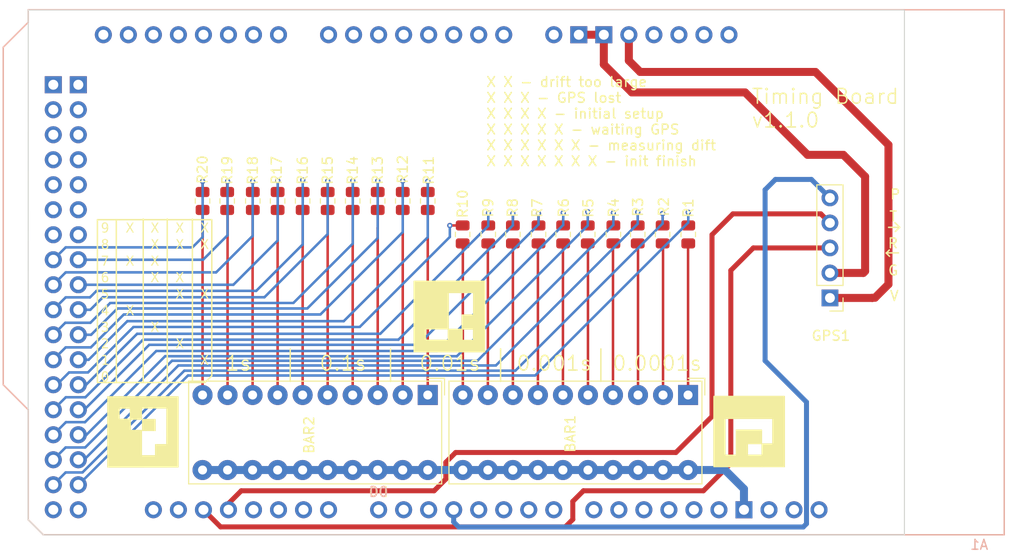
<source format=kicad_pcb>
(kicad_pcb (version 20221018) (generator pcbnew)
  (title_block (title "Timing Board") (date "2024-01-15") (rev "1.1.0"))
  (layers (0 "F.Cu" signal) (31 "B.Cu" signal) (34 "B.Paste" user) (35 "F.Paste" user) (36 "B.SilkS" user "B.Silkscreen") (37 "F.SilkS" user "F.Silkscreen") (38 "B.Mask" user) (39 "F.Mask" user) (44 "Edge.Cuts" user))
  (net 0 "")
  (net 2 "VCC")
  (net 23 "Net-(GPS1-Pin_5)")
  (net 38 "Net-(A1-D18{slash}TX1)")
  (net 39 "Net-(A1-D19{slash}RX1)")
  (net 42 "Net-(A1-PadD22)")
  (net 43 "Net-(A1-PadD23)")
  (net 44 "Net-(A1-PadD24)")
  (net 45 "Net-(A1-PadD25)")
  (net 46 "Net-(A1-PadD26)")
  (net 47 "Net-(A1-PadD27)")
  (net 48 "Net-(A1-PadD28)")
  (net 49 "Net-(A1-PadD29)")
  (net 50 "Net-(A1-PadD30)")
  (net 51 "Net-(A1-PadD31)")
  (net 52 "Net-(A1-PadD32)")
  (net 53 "Net-(A1-PadD33)")
  (net 54 "Net-(A1-PadD34)")
  (net 55 "Net-(A1-PadD35)")
  (net 56 "Net-(A1-PadD36)")
  (net 57 "Net-(A1-PadD37)")
  (net 58 "Net-(A1-PadD38)")
  (net 59 "Net-(A1-PadD39)")
  (net 60 "Net-(A1-PadD40)")
  (net 61 "Net-(A1-PadD41)")
  (net 76 "GND")
  (net 82 "Net-(BAR1-A-Pad1)")
  (net 83 "Net-(BAR1-A-Pad2)")
  (net 84 "Net-(BAR1-A-Pad3)")
  (net 85 "Net-(BAR1-A-Pad4)")
  (net 86 "Net-(BAR1-A-Pad5)")
  (net 87 "Net-(BAR1-A-Pad6)")
  (net 88 "Net-(BAR1-A-Pad7)")
  (net 89 "Net-(BAR1-A-Pad8)")
  (net 90 "Net-(BAR1-A-Pad9)")
  (net 91 "Net-(BAR1-A-Pad10)")
  (net 92 "Net-(BAR2-A-Pad1)")
  (net 93 "Net-(BAR2-A-Pad2)")
  (net 94 "Net-(BAR2-A-Pad3)")
  (net 95 "Net-(BAR2-A-Pad4)")
  (net 96 "Net-(BAR2-A-Pad5)")
  (net 97 "Net-(BAR2-A-Pad6)")
  (net 98 "Net-(BAR2-A-Pad7)")
  (net 99 "Net-(BAR2-A-Pad8)")
  (net 100 "Net-(BAR2-A-Pad9)")
  (net 101 "Net-(BAR2-A-Pad10)")
  (net 102 "Net-(GPS1-Pin_2)")
  (footprint "Resistor_SMD:R_0805_2012Metric" (layer "F.Cu") (at 153.58 81.6475 -90)
    (fp_text reference "R5")
    (fp_text value "R")
  )
  (footprint "Resistor_SMD:R_0805_2012Metric" (layer "F.Cu") (at 143.48 81.6475 -90)
    (fp_text reference "R9")
    (fp_text value "R")
  )
  (footprint "Resistor_SMD:R_0805_2012Metric" (layer "F.Cu") (at 156.18 81.6475 -90)
    (fp_text reference "R4")
    (fp_text value "R")
  )
  (footprint "Connector_PinHeader_2.54mm:PinHeader_1x05_P2.54mm_Vertical" (layer "F.Cu") (at 178.16 88.1 180)
    (fp_text reference "GPS1")
    (fp_text value "Screw_Terminal_01x05")
  )
  (footprint "Resistor_SMD:R_0805_2012Metric" (layer "F.Cu") (at 134.8 78.2475 -90)
    (fp_text reference "R12")
    (fp_text value "R")
  )
  (footprint "PCM_arduino-library:Arduino_Due_Shield" (layer "F.Cu") (at 195.85 58.82 180)
    (fp_text reference "A1")
    (fp_text value "Arduino_Due_Shield")
  )
  (footprint "Resistor_SMD:R_0805_2012Metric" (layer "F.Cu") (at 116.98 78.2475 -90)
    (fp_text reference "R19")
    (fp_text value "R")
  )
  (footprint "Resistor_SMD:R_0805_2012Metric" (layer "F.Cu") (at 158.65 81.6475 -90)
    (fp_text reference "R3")
    (fp_text value "R")
  )
  (footprint "Resistor_SMD:R_0805_2012Metric" (layer "F.Cu") (at 119.58 78.2475 -90)
    (fp_text reference "R18")
    (fp_text value "R")
  )
  (footprint "Resistor_SMD:R_0805_2012Metric" (layer "F.Cu") (at 151.08 81.6475 -90)
    (fp_text reference "R6")
    (fp_text value "R")
  )
  (footprint "Resistor_SMD:R_0805_2012Metric" (layer "F.Cu") (at 122.1 78.2475 -90)
    (fp_text reference "R17")
    (fp_text value "R")
  )
  (footprint "Resistor_SMD:R_0805_2012Metric" (layer "F.Cu") (at 148.58 81.6475 -90)
    (fp_text reference "R7")
    (fp_text value "R")
  )
  (footprint "Resistor_SMD:R_0805_2012Metric" (layer "F.Cu") (at 132.26 78.2475 -90)
    (fp_text reference "R13")
    (fp_text value "R")
  )
  (footprint "Resistor_SMD:R_0805_2012Metric" (layer "F.Cu") (at 163.78 81.6475 -90)
    (fp_text reference "R1")
    (fp_text value "R")
  )
  (footprint "Resistor_SMD:R_0805_2012Metric" (layer "F.Cu") (at 140.88 81.6475 -90)
    (fp_text reference "R10")
    (fp_text value "R")
  )
  (footprint "Resistor_SMD:R_0805_2012Metric" (layer "F.Cu") (at 129.72 78.2475 -90)
    (fp_text reference "R14")
    (fp_text value "R")
  )
  (footprint "Aruco_Library:aruco4x4-1" (layer "F.Cu") (at 169.92 101.97)
    (fp_text reference "REF**" hide)
    (fp_text value "aruco4x4-1" hide)
  )
  (footprint "Display:HDSP-4850" (layer "F.Cu") (at 137.34 97.96 -90)
    (fp_text reference "BAR2")
    (fp_text value "LTA-1000G")
  )
  (footprint "Aruco_Library:aruco4x4-0" (layer "F.Cu") (at 108.24 101.98)
    (fp_text reference "REF**" hide)
    (fp_text value "aruco4x4-0" hide)
  )
  (footprint "Resistor_SMD:R_0805_2012Metric" (layer "F.Cu") (at 114.48 78.2475 -90)
    (fp_text reference "R20")
    (fp_text value "R")
  )
  (footprint "Aruco_Library:aruco4x4-2" (layer "F.Cu") (at 139.83 89.8)
    (fp_text reference "REF**" hide)
    (fp_text value "aruco4x4-2" hide)
  )
  (footprint "Resistor_SMD:R_0805_2012Metric" (layer "F.Cu") (at 137.34 78.2475 -90)
    (fp_text reference "R11")
    (fp_text value "R")
  )
  (footprint "Resistor_SMD:R_0805_2012Metric" (layer "F.Cu") (at 124.64 78.2475 -90)
    (fp_text reference "R16")
    (fp_text value "R")
  )
  (footprint "Resistor_SMD:R_0805_2012Metric" (layer "F.Cu") (at 127.18 78.2475 -90)
    (fp_text reference "R15")
    (fp_text value "R")
  )
  (footprint "Resistor_SMD:R_0805_2012Metric" (layer "F.Cu") (at 145.98 81.6475 -90)
    (fp_text reference "R8")
    (fp_text value "R")
  )
  (footprint "Resistor_SMD:R_0805_2012Metric" (layer "F.Cu") (at 161.18 81.6475 -90)
    (fp_text reference "R2")
    (fp_text value "R")
  )
  (footprint "Display:HDSP-4850" (layer "F.Cu") (at 163.76 97.96 -90)
    (fp_text reference "BAR1")
    (fp_text value "LTA-1000G")
  )
  (gr_line (start 185.25 80.935) (end 184.77 80.455) (stroke (width 0.15)) (layer "F.SilkS"))
  (gr_line (start 185.215 80.935) (end 184.805 81.345) (stroke (width 0.15)) (layer "F.SilkS"))
  (gr_line (start 108.46 80.09) (end 108.46 96.58) (stroke (width 0.15)) (layer "F.SilkS"))
  (gr_poly (pts (xy 115.42 80.15) (xy 115.42 96) (xy 114.73 96.69) (xy 103.81 96.69) (xy 103.81 80.15)) (stroke (width 0.15)) (fill none) (layer "F.SilkS"))
  (gr_line (start 154.91 96.58) (end 154.91 93.28) (stroke (width 0.15)) (layer "F.SilkS"))
  (gr_line (start 185.095 80.925) (end 184.115 80.925) (stroke (width 0.15)) (layer "F.SilkS"))
  (gr_line (start 123.38 96.58) (end 123.38 93.28) (stroke (width 0.15)) (layer "F.SilkS"))
  (gr_line (start 183.89 83.53) (end 184.19 83.23) (stroke (width 0.15)) (layer "F.SilkS"))
  (gr_line (start 105.73 80.21) (end 105.73 96.69) (stroke (width 0.15)) (layer "F.SilkS"))
  (gr_line (start 133.56 96.58) (end 133.56 93.28) (stroke (width 0.15)) (layer "F.SilkS"))
  (gr_line (start 185.12 83.52) (end 184.05 83.52) (stroke (width 0.15)) (layer "F.SilkS"))
  (gr_line (start 144.73 96.58) (end 144.73 93.28) (stroke (width 0.15)) (layer "F.SilkS"))
  (gr_line (start 183.87 83.53) (end 184.21 83.87) (stroke (width 0.15)) (layer "F.SilkS"))
  (gr_line (start 110.9 80.09) (end 110.9 96.75) (stroke (width 0.15)) (layer "F.SilkS"))
  (gr_line (start 113.45 80.09) (end 113.45 96.55) (stroke (width 0.15)) (layer "F.SilkS"))
  (gr_poly (pts (xy 185.72 112.16) (xy 185.71 112.17) (xy 98.32 112.17) (xy 96.78 110.63) (xy 96.79 60.08) (xy 96.79 58.85) (xy 96.78 58.84) (xy 185.72 58.84)) (stroke (width 0.1)) (fill none) (layer "Edge.Cuts"))
  (gr_text "0.0001s" (at 155.98 95.62) (layer "F.SilkS") (effects (font (size 1.5 1.5)) (justify left bottom)))
  (gr_text "T" (at 184.099048 80.395) (layer "F.SilkS") (effects (font (size 1 1)) (justify left bottom)))
  (gr_text "1s" (at 116.7 95.62) (layer "F.SilkS") (effects (font (size 1.5 1.5)) (justify left bottom)))
  (gr_text "P" (at 184.19 78.16) (layer "F.SilkS") (effects (font (size 1 1)) (justify left bottom)))
  (gr_text "R" (at 183.96 83.13) (layer "F.SilkS") (effects (font (size 1 1)) (justify left bottom)))
  (gr_text "G" (at 183.98 85.89) (layer "F.SilkS") (effects (font (size 1 1)) (justify left bottom)))
  (gr_text "9  X  X  X  X\n8     X  X  X\n7  X  X\n6     X  X\n5        X  X\n4  X\n3     X\n2        X\n1           X\n0" (at 104.16 96.75) (layer "F.SilkS") (effects (font (size 1 1) (thickness 0.125)) (justify left bottom)))
  (gr_text "Timing Board\nv1.1.0" (at 170.13 70.92) (layer "F.SilkS") (effects (font (size 1.5 1.5)) (justify left bottom)))
  (gr_text "X X - drift too large\nX X X - GPS lost\nX X X X - initial setup\nX X X X X - waiting GPS\nX X X X X X - measuring dift\nX X X X X X X - init finish" (at 143.2 74.79) (layer "F.SilkS") (effects (font (size 1 1)) (justify left bottom)))
  (gr_text "V" (at 184.17 88.48) (layer "F.SilkS") (effects (font (size 1 1)) (justify left bottom)))
  (gr_text "0.001s" (at 146.25 95.62) (layer "F.SilkS") (effects (font (size 1.5 1.5)) (justify left bottom)))
  (gr_text "0.1s" (at 126.25 95.62) (layer "F.SilkS") (effects (font (size 1.5 1.5)) (justify left bottom)))
  (gr_text "0.01s" (at 136.38 95.62) (layer "F.SilkS") (effects (font (size 1.5 1.5)) (justify left bottom)))
  (segment (start 182.73 88.08) (end 182.49 88.08) (width 0.8128) (layer "F.Cu") (net 2))
  (segment (start 157.75 63.99) (end 158.9 65.14) (width 0.8128) (layer "F.Cu") (net 2))
  (segment (start 158.9 65.14) (end 176.69 65.14) (width 0.8128) (layer "F.Cu") (net 2))
  (segment (start 157.75 61.36) (end 157.75 63.99) (width 0.8128) (layer "F.Cu") (net 2))
  (segment (start 184.1 72.55) (end 184.1 86.71) (width 0.8128) (layer "F.Cu") (net 2))
  (segment (start 182.47 88.1) (end 178.16 88.1) (width 0.8128) (layer "F.Cu") (net 2))
  (segment (start 182.49 88.08) (end 182.47 88.1) (width 0.8128) (layer "F.Cu") (net 2))
  (segment (start 176.69 65.14) (end 184.1 72.55) (width 0.8128) (layer "F.Cu") (net 2))
  (segment (start 184.1 86.71) (end 182.73 88.08) (width 0.8128) (layer "F.Cu") (net 2))
  (segment (start 172.63 76.06) (end 176.28 76.06) (width 0.508) (layer "B.Cu") (net 23))
  (segment (start 176.28 76.06) (end 178.16 77.94) (width 0.508) (layer "B.Cu") (net 23))
  (segment (start 139.97 109.62) (end 139.97 110.86) (width 0.508) (layer "B.Cu") (net 23))
  (segment (start 175.78 111.04) (end 175.78 98.68) (width 0.508) (layer "B.Cu") (net 23))
  (segment (start 171.58 94.48) (end 171.58 77.11) (width 0.508) (layer "B.Cu") (net 23))
  (segment (start 175.78 98.68) (end 171.58 94.48) (width 0.508) (layer "B.Cu") (net 23))
  (segment (start 171.58 77.11) (end 172.63 76.06) (width 0.508) (layer "B.Cu") (net 23))
  (segment (start 139.97 110.86) (end 140.48 111.37) (width 0.508) (layer "B.Cu") (net 23))
  (segment (start 175.45 111.37) (end 175.78 111.04) (width 0.508) (layer "B.Cu") (net 23))
  (segment (start 140.48 111.37) (end 175.45 111.37) (width 0.508) (layer "B.Cu") (net 23))
  (segment (start 168.31 79.56) (end 177.24 79.56) (width 0.508) (layer "F.Cu") (net 38))
  (segment (start 139.17 106.506536) (end 139.17 104.8) (width 0.508) (layer "F.Cu") (net 38))
  (segment (start 140.17 103.8) (end 162.53 103.8) (width 0.508) (layer "F.Cu") (net 38))
  (segment (start 137.986536 107.69) (end 139.17 106.506536) (width 0.508) (layer "F.Cu") (net 38))
  (segment (start 166.19 81.68) (end 168.31 79.56) (width 0.508) (layer "F.Cu") (net 38))
  (segment (start 117.11 108.99) (end 118.41 107.69) (width 0.508) (layer "F.Cu") (net 38))
  (segment (start 139.17 104.8) (end 140.17 103.8) (width 0.508) (layer "F.Cu") (net 38))
  (segment (start 117.11 109.62) (end 117.11 108.99) (width 0.508) (layer "F.Cu") (net 38))
  (segment (start 177.24 79.56) (end 178.16 80.48) (width 0.508) (layer "F.Cu") (net 38))
  (segment (start 166.19 100.14) (end 166.19 81.68) (width 0.508) (layer "F.Cu") (net 38))
  (segment (start 118.41 107.69) (end 137.986536 107.69) (width 0.508) (layer "F.Cu") (net 38))
  (segment (start 162.53 103.8) (end 166.19 100.14) (width 0.508) (layer "F.Cu") (net 38))
  (segment (start 153.14 107.69) (end 165.32 107.69) (width 0.508) (layer "F.Cu") (net 39))
  (segment (start 151.3 111.36) (end 152.06 110.6) (width 0.508) (layer "F.Cu") (net 39))
  (segment (start 152.06 110.6) (end 152.06 108.77) (width 0.508) (layer "F.Cu") (net 39))
  (segment (start 168.1 85.3) (end 170.38 83.02) (width 0.508) (layer "F.Cu") (net 39))
  (segment (start 116.31 111.36) (end 151.3 111.36) (width 0.508) (layer "F.Cu") (net 39))
  (segment (start 165.32 107.69) (end 168.1 104.91) (width 0.508) (layer "F.Cu") (net 39))
  (segment (start 168.1 104.91) (end 168.1 85.3) (width 0.508) (layer "F.Cu") (net 39))
  (segment (start 114.57 109.62) (end 116.31 111.36) (width 0.508) (layer "F.Cu") (net 39))
  (segment (start 152.06 108.77) (end 153.14 107.69) (width 0.508) (layer "F.Cu") (net 39))
  (segment (start 170.38 83.02) (end 178.16 83.02) (width 0.508) (layer "F.Cu") (net 39))
  (segment (start 163.78 79.4) (end 163.78 80.735) (width 0.254) (layer "F.Cu") (net 42))
  (via (at 163.78 79.4) (size 0.5334) (drill 0.254) (layers "F.Cu" "B.Cu") (net 42))
  (segment (start 163.78 79.4) (end 163.78 80.44) (width 0.254) (layer "B.Cu") (net 42))
  (segment (start 163.78 80.44) (end 148.24 95.98) (width 0.254) (layer "B.Cu") (net 42))
  (segment (start 101.9 107.08) (end 101.87 107.08) (width 0.254) (layer "B.Cu") (net 42))
  (segment (start 148.24 95.98) (end 113 95.98) (width 0.254) (layer "B.Cu") (net 42))
  (segment (start 113 95.98) (end 101.9 107.08) (width 0.254) (layer "B.Cu") (net 42))
  (segment (start 161.18 79.52) (end 161.18 80.735) (width 0.254) (layer "F.Cu") (net 43))
  (via (at 161.18 79.52) (size 0.5334) (drill 0.254) (layers "F.Cu" "B.Cu") (net 43))
  (segment (start 100.58 105.83) (end 99.33 107.08) (width 0.254) (layer "B.Cu") (net 43))
  (segment (start 161.18 80.54) (end 146.23 95.49) (width 0.254) (layer "B.Cu") (net 43))
  (segment (start 161.18 79.52) (end 161.18 80.54) (width 0.254) (layer "B.Cu") (net 43))
  (segment (start 146.23 95.49) (end 112.63 95.49) (width 0.254) (layer "B.Cu") (net 43))
  (segment (start 102.29 105.83) (end 100.58 105.83) (width 0.254) (layer "B.Cu") (net 43))
  (segment (start 112.63 95.49) (end 102.29 105.83) (width 0.254) (layer "B.Cu") (net 43))
  (segment (start 158.65 79.4) (end 158.65 80.735) (width 0.254) (layer "F.Cu") (net 44))
  (via (at 158.65 79.4) (size 0.5334) (drill 0.254) (layers "F.Cu" "B.Cu") (net 44))
  (segment (start 144.255 94.96) (end 112.03 94.96) (width 0.254) (layer "B.Cu") (net 44))
  (segment (start 102.45 104.54) (end 101.87 104.54) (width 0.254) (layer "B.Cu") (net 44))
  (segment (start 112.03 94.96) (end 102.45 104.54) (width 0.254) (layer "B.Cu") (net 44))
  (segment (start 158.65 79.4) (end 158.65 80.565) (width 0.254) (layer "B.Cu") (net 44))
  (segment (start 158.65 80.565) (end 144.255 94.96) (width 0.254) (layer "B.Cu") (net 44))
  (segment (start 156.18 79.46) (end 156.18 80.735) (width 0.254) (layer "F.Cu") (net 45))
  (via (at 156.18 79.46) (size 0.5334) (drill 0.254) (layers "F.Cu" "B.Cu") (net 45))
  (segment (start 156.18 80.68) (end 142.38 94.48) (width 0.254) (layer "B.Cu") (net 45))
  (segment (start 156.18 79.46) (end 156.18 80.68) (width 0.254) (layer "B.Cu") (net 45))
  (segment (start 111.38 94.48) (end 102.57 103.29) (width 0.254) (layer "B.Cu") (net 45))
  (segment (start 102.57 103.29) (end 100.58 103.29) (width 0.254) (layer "B.Cu") (net 45))
  (segment (start 100.58 103.29) (end 99.33 104.54) (width 0.254) (layer "B.Cu") (net 45))
  (segment (start 142.38 94.48) (end 111.38 94.48) (width 0.254) (layer "B.Cu") (net 45))
  (segment (start 153.58 79.35) (end 153.58 80.735) (width 0.254) (layer "F.Cu") (net 46))
  (via (at 153.58 79.35) (size 0.5334) (drill 0.254) (layers "F.Cu" "B.Cu") (net 46))
  (segment (start 140.3 94.02) (end 110.68 94.02) (width 0.254) (layer "B.Cu") (net 46))
  (segment (start 110.68 94.02) (end 102.7 102) (width 0.254) (layer "B.Cu") (net 46))
  (segment (start 153.58 79.35) (end 153.58 80.74) (width 0.254) (layer "B.Cu") (net 46))
  (segment (start 153.58 80.74) (end 140.3 94.02) (width 0.254) (layer "B.Cu") (net 46))
  (segment (start 102.7 102) (end 101.87 102) (width 0.254) (layer "B.Cu") (net 46))
  (segment (start 151.08 80.13) (end 151.08 80.735) (width 0.254) (layer "F.Cu") (net 47))
  (segment (start 151.09 80.12) (end 151.08 80.13) (width 0.254) (layer "F.Cu") (net 47))
  (segment (start 151.09 79.46) (end 151.09 80.12) (width 0.254) (layer "F.Cu") (net 47))
  (via (at 151.09 79.46) (size 0.5334) (drill 0.254) (layers "F.Cu" "B.Cu") (net 47))
  (segment (start 151.09 79.46) (end 151.09 80.68) (width 0.254) (layer "B.Cu") (net 47))
  (segment (start 109.78 93.49) (end 102.55 100.72) (width 0.254) (layer "B.Cu") (net 47))
  (segment (start 102.55 100.72) (end 100.61 100.72) (width 0.254) (layer "B.Cu") (net 47))
  (segment (start 100.61 100.72) (end 99.33 102) (width 0.254) (layer "B.Cu") (net 47))
  (segment (start 138.28 93.49) (end 109.78 93.49) (width 0.254) (layer "B.Cu") (net 47))
  (segment (start 151.09 80.68) (end 138.28 93.49) (width 0.254) (layer "B.Cu") (net 47))
  (segment (start 148.58 79.52) (end 148.58 80.735) (width 0.254) (layer "F.Cu") (net 48))
  (via (at 148.58 79.52) (size 0.5334) (drill 0.254) (layers "F.Cu" "B.Cu") (net 48))
  (segment (start 148.58 79.52) (end 148.58 80.64) (width 0.254) (layer "B.Cu") (net 48))
  (segment (start 109.07 92.86) (end 102.47 99.46) (width 0.254) (layer "B.Cu") (net 48))
  (segment (start 148.58 80.64) (end 136.36 92.86) (width 0.254) (layer "B.Cu") (net 48))
  (segment (start 136.36 92.86) (end 109.07 92.86) (width 0.254) (layer "B.Cu") (net 48))
  (segment (start 102.47 99.46) (end 101.87 99.46) (width 0.254) (layer "B.Cu") (net 48))
  (segment (start 145.98 79.52) (end 145.98 80.735) (width 0.254) (layer "F.Cu") (net 49))
  (via (at 145.98 79.52) (size 0.5334) (drill 0.254) (layers "F.Cu" "B.Cu") (net 49))
  (segment (start 134.36 92.34) (end 108.44 92.34) (width 0.254) (layer "B.Cu") (net 49))
  (segment (start 108.44 92.34) (end 102.59 98.19) (width 0.254) (layer "B.Cu") (net 49))
  (segment (start 100.6 98.19) (end 99.33 99.46) (width 0.254) (layer "B.Cu") (net 49))
  (segment (start 145.98 80.72) (end 134.36 92.34) (width 0.254) (layer "B.Cu") (net 49))
  (segment (start 102.59 98.19) (end 100.6 98.19) (width 0.254) (layer "B.Cu") (net 49))
  (segment (start 145.98 79.52) (end 145.98 80.72) (width 0.254) (layer "B.Cu") (net 49))
  (segment (start 143.5 79.49) (end 143.48 79.51) (width 0.254) (layer "F.Cu") (net 50))
  (segment (start 143.48 79.51) (end 143.48 80.735) (width 0.254) (layer "F.Cu") (net 50))
  (via (at 143.5 79.49) (size 0.5334) (drill 0.254) (layers "F.Cu" "B.Cu") (net 50))
  (segment (start 143.48 79.51) (end 143.48 80.78) (width 0.254) (layer "B.Cu") (net 50))
  (segment (start 107.84 91.74) (end 102.66 96.92) (width 0.254) (layer "B.Cu") (net 50))
  (segment (start 143.5 79.49) (end 143.48 79.51) (width 0.254) (layer "B.Cu") (net 50))
  (segment (start 102.66 96.92) (end 101.87 96.92) (width 0.254) (layer "B.Cu") (net 50))
  (segment (start 132.52 91.74) (end 107.84 91.74) (width 0.254) (layer "B.Cu") (net 50))
  (segment (start 143.48 80.78) (end 132.52 91.74) (width 0.254) (layer "B.Cu") (net 50))
  (segment (start 139.58 80.74) (end 139.585 80.735) (width 0.254) (layer "F.Cu") (net 51))
  (segment (start 139.585 80.735) (end 140.88 80.735) (width 0.254) (layer "F.Cu") (net 51))
  (via (at 139.58 80.74) (size 0.5334) (drill 0.254) (layers "F.Cu" "B.Cu") (net 51))
  (segment (start 107.47 91.05) (end 102.85 95.67) (width 0.254) (layer "B.Cu") (net 51))
  (segment (start 100.93 95.67) (end 99.68 96.92) (width 0.254) (layer "B.Cu") (net 51))
  (segment (start 139.58 81.9) (end 130.43 91.05) (width 0.254) (layer "B.Cu") (net 51))
  (segment (start 130.43 91.05) (end 107.47 91.05) (width 0.254) (layer "B.Cu") (net 51))
  (segment (start 102.85 95.67) (end 100.93 95.67) (width 0.254) (layer "B.Cu") (net 51))
  (segment (start 99.68 96.92) (end 99.33 96.92) (width 0.254) (layer "B.Cu") (net 51))
  (segment (start 139.58 80.74) (end 139.58 81.9) (width 0.254) (layer "B.Cu") (net 51))
  (segment (start 137.34 76.25) (end 137.34 77.335) (width 0.254) (layer "F.Cu") (net 52))
  (via (at 137.34 76.25) (size 0.5334) (drill 0.254) (layers "F.Cu" "B.Cu") (net 52))
  (segment (start 102.92 94.38) (end 101.87 94.38) (width 0.254) (layer "B.Cu") (net 52))
  (segment (start 128.81 90.46) (end 106.84 90.46) (width 0.254) (layer "B.Cu") (net 52))
  (segment (start 137.34 81.93) (end 128.81 90.46) (width 0.254) (layer "B.Cu") (net 52))
  (segment (start 137.34 76.25) (end 137.34 81.93) (width 0.254) (layer "B.Cu") (net 52))
  (segment (start 106.84 90.46) (end 102.92 94.38) (width 0.254) (layer "B.Cu") (net 52))
  (segment (start 134.8 76.21) (end 134.8 77.335) (width 0.254) (layer "F.Cu") (net 53))
  (via (at 134.8 76.21) (size 0.5334) (drill 0.254) (layers "F.Cu" "B.Cu") (net 53))
  (segment (start 106.485 89.78) (end 103.145 93.12) (width 0.254) (layer "B.Cu") (net 53))
  (segment (start 126.44 89.78) (end 106.485 89.78) (width 0.254) (layer "B.Cu") (net 53))
  (segment (start 134.8 81.42) (end 126.44 89.78) (width 0.254) (layer "B.Cu") (net 53))
  (segment (start 103.145 93.12) (end 100.59 93.12) (width 0.254) (layer "B.Cu") (net 53))
  (segment (start 100.59 93.12) (end 99.33 94.38) (width 0.254) (layer "B.Cu") (net 53))
  (segment (start 134.8 76.21) (end 134.8 81.42) (width 0.254) (layer "B.Cu") (net 53))
  (segment (start 132.26 76.21) (end 132.26 77.335) (width 0.254) (layer "F.Cu") (net 54))
  (via (at 132.26 76.21) (size 0.5334) (drill 0.254) (layers "F.Cu" "B.Cu") (net 54))
  (segment (start 125.11 89.17) (end 105.84 89.17) (width 0.254) (layer "B.Cu") (net 54))
  (segment (start 105.84 89.17) (end 103.17 91.84) (width 0.254) (layer "B.Cu") (net 54))
  (segment (start 132.26 76.21) (end 132.26 82.02) (width 0.254) (layer "B.Cu") (net 54))
  (segment (start 103.17 91.84) (end 101.87 91.84) (width 0.254) (layer "B.Cu") (net 54))
  (segment (start 132.26 82.02) (end 125.11 89.17) (width 0.254) (layer "B.Cu") (net 54))
  (segment (start 129.73 77.325) (end 129.72 77.335) (width 0.254) (layer "F.Cu") (net 55))
  (segment (start 129.73 76.21) (end 129.73 77.325) (width 0.254) (layer "F.Cu") (net 55))
  (via (at 129.73 76.21) (size 0.5334) (drill 0.254) (layers "F.Cu" "B.Cu") (net 55))
  (segment (start 123.7 88.61) (end 105.11 88.61) (width 0.254) (layer "B.Cu") (net 55))
  (segment (start 105.11 88.61) (end 103.1 90.62) (width 0.254) (layer "B.Cu") (net 55))
  (segment (start 103.1 90.62) (end 100.55 90.62) (width 0.254) (layer "B.Cu") (net 55))
  (segment (start 129.73 82.58) (end 123.7 88.61) (width 0.254) (layer "B.Cu") (net 55))
  (segment (start 100.55 90.62) (end 99.33 91.84) (width 0.254) (layer "B.Cu") (net 55))
  (segment (start 129.73 76.21) (end 129.73 82.58) (width 0.254) (layer "B.Cu") (net 55))
  (segment (start 127.18 76.23) (end 127.18 77.335) (width 0.254) (layer "F.Cu") (net 56))
  (via (at 127.18 76.23) (size 0.5334) (drill 0.254) (layers "F.Cu" "B.Cu") (net 56))
  (segment (start 127.18 76.23) (end 127.18 81.61) (width 0.254) (layer "B.Cu") (net 56))
  (segment (start 120.76 88.03) (end 104.36 88.03) (width 0.254) (layer "B.Cu") (net 56))
  (segment (start 103.09 89.3) (end 101.87 89.3) (width 0.254) (layer "B.Cu") (net 56))
  (segment (start 104.36 88.03) (end 103.09 89.3) (width 0.254) (layer "B.Cu") (net 56))
  (segment (start 127.18 81.61) (end 120.76 88.03) (width 0.254) (layer "B.Cu") (net 56))
  (segment (start 124.65 77.325) (end 124.64 77.335) (width 0.254) (layer "F.Cu") (net 57))
  (segment (start 124.65 76.13) (end 124.65 77.325) (width 0.254) (layer "F.Cu") (net 57))
  (via (at 124.65 76.13) (size 0.5334) (drill 0.254) (layers "F.Cu" "B.Cu") (net 57))
  (segment (start 124.65 82.66) (end 119.93 87.38) (width 0.254) (layer "B.Cu") (net 57))
  (segment (start 103.72 87.38) (end 103.06 88.04) (width 0.254) (layer "B.Cu") (net 57))
  (segment (start 103.06 88.04) (end 100.59 88.04) (width 0.254) (layer "B.Cu") (net 57))
  (segment (start 119.93 87.38) (end 103.72 87.38) (width 0.254) (layer "B.Cu") (net 57))
  (segment (start 100.59 88.04) (end 99.33 89.3) (width 0.254) (layer "B.Cu") (net 57))
  (segment (start 124.65 76.13) (end 124.65 82.66) (width 0.254) (layer "B.Cu") (net 57))
  (segment (start 122.11 77.325) (end 122.1 77.335) (width 0.254) (layer "F.Cu") (net 58))
  (segment (start 122.11 76.19) (end 122.11 77.325) (width 0.254) (layer "F.Cu") (net 58))
  (via (at 122.11 76.19) (size 0.5334) (drill 0.254) (layers "F.Cu" "B.Cu") (net 58))
  (segment (start 122.11 76.19) (end 122.11 82.26) (width 0.254) (layer "B.Cu") (net 58))
  (segment (start 122.11 82.26) (end 117.61 86.76) (width 0.254) (layer "B.Cu") (net 58))
  (segment (start 117.61 86.76) (end 101.87 86.76) (width 0.254) (layer "B.Cu") (net 58))
  (segment (start 119.57 76.26) (end 119.58 76.27) (width 0.254) (layer "F.Cu") (net 59))
  (segment (start 119.58 76.27) (end 119.58 77.335) (width 0.254) (layer "F.Cu") (net 59))
  (via (at 119.57 76.26) (size 0.5334) (drill 0.254) (layers "F.Cu" "B.Cu") (net 59))
  (segment (start 100.59 85.5) (end 99.33 86.76) (width 0.254) (layer "B.Cu") (net 59))
  (segment (start 119.57 81.79) (end 115.86 85.5) (width 0.254) (layer "B.Cu") (net 59))
  (segment (start 119.57 76.26) (end 119.57 81.79) (width 0.254) (layer "B.Cu") (net 59))
  (segment (start 115.86 85.5) (end 100.59 85.5) (width 0.254) (layer "B.Cu") (net 59))
  (segment (start 117.02 76.26) (end 116.98 76.3) (width 0.254) (layer "F.Cu") (net 60))
  (segment (start 116.98 76.3) (end 116.98 77.335) (width 0.254) (layer "F.Cu") (net 60))
  (via (at 117.02 76.26) (size 0.5334) (drill 0.254) (layers "F.Cu" "B.Cu") (net 60))
  (segment (start 117.02 81.73) (end 114.53 84.22) (width 0.254) (layer "B.Cu") (net 60))
  (segment (start 114.53 84.22) (end 101.87 84.22) (width 0.254) (layer "B.Cu") (net 60))
  (segment (start 117.02 76.26) (end 117.02 81.73) (width 0.254) (layer "B.Cu") (net 60))
  (segment (start 114.49 76.25) (end 114.48 76.26) (width 0.254) (layer "F.Cu") (net 61))
  (segment (start 114.48 76.26) (end 114.48 77.335) (width 0.254) (layer "F.Cu") (net 61))
  (via (at 114.49 76.25) (size 0.5334) (drill 0.254) (layers "F.Cu" "B.Cu") (net 61))
  (segment (start 100.59 82.96) (end 99.33 84.22) (width 0.254) (layer "B.Cu") (net 61))
  (segment (start 114.49 81.92) (end 113.45 82.96) (width 0.254) (layer "B.Cu") (net 61))
  (segment (start 114.49 76.25) (end 114.49 81.92) (width 0.254) (layer "B.Cu") (net 61))
  (segment (start 113.45 82.96) (end 100.59 82.96) (width 0.254) (layer "B.Cu") (net 61))
  (segment (start 143.44 105.58) (end 140.9 105.58) (width 0.8128) (layer "B.Cu") (net 76))
  (segment (start 127.18 105.58) (end 124.64 105.58) (width 0.8128) (layer "B.Cu") (net 76))
  (segment (start 119.56 105.58) (end 117.02 105.58) (width 0.8128) (layer "B.Cu") (net 76))
  (segment (start 134.8 105.58) (end 132.26 105.58) (width 0.8128) (layer "B.Cu") (net 76))
  (segment (start 148.52 105.58) (end 145.98 105.58) (width 0.8128) (layer "B.Cu") (net 76))
  (segment (start 169.434 107.504) (end 167.46 105.53) (width 0.8128) (layer "B.Cu") (net 76))
  (segment (start 163.76 105.58) (end 161.22 105.58) (width 0.8128) (layer "B.Cu") (net 76))
  (segment (start 145.98 105.58) (end 143.44 105.58) (width 0.8128) (layer "B.Cu") (net 76))
  (segment (start 132.26 105.58) (end 129.72 105.58) (width 0.8128) (layer "B.Cu") (net 76))
  (segment (start 117.02 105.58) (end 114.48 105.58) (width 0.8128) (layer "B.Cu") (net 76))
  (segment (start 137.34 105.58) (end 134.8 105.58) (width 0.8128) (layer "B.Cu") (net 76))
  (segment (start 129.72 105.58) (end 127.18 105.58) (width 0.8128) (layer "B.Cu") (net 76))
  (segment (start 161.22 105.58) (end 158.68 105.58) (width 0.8128) (layer "B.Cu") (net 76))
  (segment (start 167.41 105.58) (end 163.76 105.58) (width 0.8128) (layer "B.Cu") (net 76))
  (segment (start 122.1 105.58) (end 119.56 105.58) (width 0.8128) (layer "B.Cu") (net 76))
  (segment (start 151.06 105.58) (end 148.52 105.58) (width 0.8128) (layer "B.Cu") (net 76))
  (segment (start 167.46 105.53) (end 167.41 105.58) (width 0.8128) (layer "B.Cu") (net 76))
  (segment (start 156.14 105.58) (end 153.6 105.58) (width 0.8128) (layer "B.Cu") (net 76))
  (segment (start 158.68 105.58) (end 156.14 105.58) (width 0.8128) (layer "B.Cu") (net 76))
  (segment (start 153.6 105.58) (end 151.06 105.58) (width 0.8128) (layer "B.Cu") (net 76))
  (segment (start 124.64 105.58) (end 122.1 105.58) (width 0.8128) (layer "B.Cu") (net 76))
  (segment (start 140.9 105.58) (end 137.34 105.58) (width 0.8128) (layer "B.Cu") (net 76))
  (segment (start 169.434 109.62) (end 169.434 107.504) (width 0.8128) (layer "B.Cu") (net 76))
  (segment (start 163.76 97.96) (end 163.76 82.58) (width 0.254) (layer "F.Cu") (net 82))
  (segment (start 163.76 82.58) (end 163.78 82.56) (width 0.254) (layer "F.Cu") (net 82))
  (segment (start 161.22 82.6) (end 161.18 82.56) (width 0.254) (layer "F.Cu") (net 83))
  (segment (start 161.22 97.96) (end 161.22 82.6) (width 0.254) (layer "F.Cu") (net 83))
  (segment (start 158.68 97.96) (end 158.68 82.59) (width 0.254) (layer "F.Cu") (net 84))
  (segment (start 158.68 82.59) (end 158.65 82.56) (width 0.254) (layer "F.Cu") (net 84))
  (segment (start 156.14 82.6) (end 156.18 82.56) (width 0.254) (layer "F.Cu") (net 85))
  (segment (start 156.14 97.96) (end 156.14 82.6) (width 0.254) (layer "F.Cu") (net 85))
  (segment (start 153.6 82.58) (end 153.58 82.56) (width 0.254) (layer "F.Cu") (net 86))
  (segment (start 153.6 97.96) (end 153.6 82.58) (width 0.254) (layer "F.Cu") (net 86))
  (segment (start 151.06 97.96) (end 151.06 82.58) (width 0.254) (layer "F.Cu") (net 87))
  (segment (start 151.06 82.58) (end 151.08 82.56) (width 0.254) (layer "F.Cu") (net 87))
  (segment (start 148.52 97.96) (end 148.52 82.62) (width 0.254) (layer "F.Cu") (net 88))
  (segment (start 148.52 82.62) (end 148.58 82.56) (width 0.254) (layer "F.Cu") (net 88))
  (segment (start 145.98 97.96) (end 145.98 82.56) (width 0.254) (layer "F.Cu") (net 89))
  (segment (start 143.44 82.6) (end 143.48 82.56) (width 0.254) (layer "F.Cu") (net 90))
  (segment (start 143.44 97.96) (end 143.44 82.6) (width 0.254) (layer "F.Cu") (net 90))
  (segment (start 140.9 97.96) (end 140.9 82.58) (width 0.254) (layer "F.Cu") (net 91))
  (segment (start 140.9 82.58) (end 140.88 82.56) (width 0.254) (layer "F.Cu") (net 91))
  (segment (start 137.34 97.96) (end 137.34 79.16) (width 0.254) (layer "F.Cu") (net 92))
  (segment (start 134.8 79.16) (end 134.8 97.96) (width 0.254) (layer "F.Cu") (net 93))
  (segment (start 132.26 97.96) (end 132.26 81.97) (width 0.254) (layer "F.Cu") (net 94))
  (segment (start 132.25 80.98) (end 132.26 80.97) (width 0.254) (layer "F.Cu") (net 94))
  (segment (start 132.25 81.96) (end 132.25 80.98) (width 0.254) (layer "F.Cu") (net 94))
  (segment (start 132.26 81.97) (end 132.25 81.96) (width 0.254) (layer "F.Cu") (net 94))
  (segment (start 132.26 80.97) (end 132.26 79.16) (width 0.254) (layer "F.Cu") (net 94))
  (segment (start 129.72 97.96) (end 129.72 79.16) (width 0.254) (layer "F.Cu") (net 95))
  (segment (start 127.18 97.96) (end 127.18 79.16) (width 0.254) (layer "F.Cu") (net 96))
  (segment (start 124.64 97.96) (end 124.64 79.16) (width 0.254) (layer "F.Cu") (net 97))
  (segment (start 122.1 97.96) (end 122.1 79.16) (width 0.254) (layer "F.Cu") (net 98))
  (segment (start 119.56 79.18) (end 119.58 79.16) (width 0.254) (layer "F.Cu") (net 99))
  (segment (start 119.56 97.96) (end 119.56 79.18) (width 0.254) (layer "F.Cu") (net 99))
  (segment (start 117.02 79.2) (end 116.98 79.16) (width 0.254) (layer "F.Cu") (net 100))
  (segment (start 117.02 97.96) (end 117.02 79.2) (width 0.254) (layer "F.Cu") (net 100))
  (segment (start 114.48 97.96) (end 114.48 79.16) (width 0.254) (layer "F.Cu") (net 101))
  (segment (start 158.05 67.22) (end 169.55 67.22) (width 0.8128) (layer "F.Cu") (net 102))
  (segment (start 155.21 64.38) (end 158.05 67.22) (width 0.8128) (layer "F.Cu") (net 102))
  (segment (start 155.21 61.36) (end 152.67 61.36) (width 0.8128) (layer "F.Cu") (net 102))
  (segment (start 181.73 85.38) (end 181.55 85.56) (width 0.8128) (layer "F.Cu") (net 102))
  (segment (start 169.55 67.22) (end 175.89 73.56) (width 0.8128) (layer "F.Cu") (net 102))
  (segment (start 155.21 61.36) (end 155.21 64.38) (width 0.8128) (layer "F.Cu") (net 102))
  (segment (start 181.55 85.56) (end 178.16 85.56) (width 0.8128) (layer "F.Cu") (net 102))
  (segment (start 179.52 73.56) (end 181.73 75.77) (width 0.8128) (layer "F.Cu") (net 102))
  (segment (start 181.73 75.77) (end 181.73 85.38) (width 0.8128) (layer "F.Cu") (net 102))
  (segment (start 175.89 73.56) (end 179.52 73.56) (width 0.8128) (layer "F.Cu") (net 102))
)
</source>
